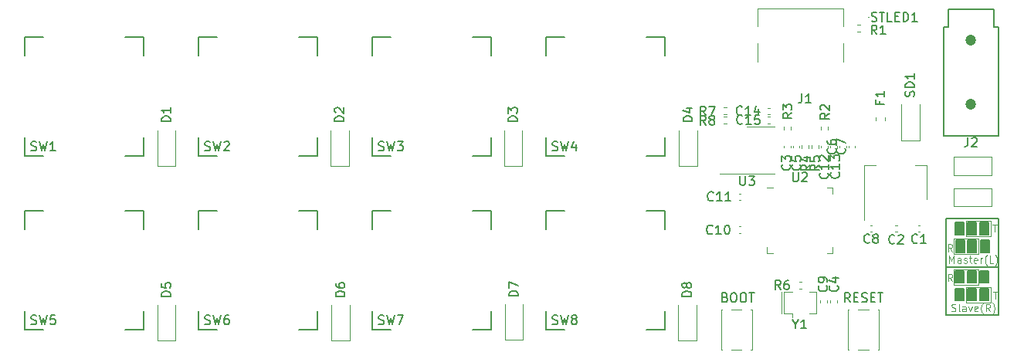
<source format=gbr>
%TF.GenerationSoftware,KiCad,Pcbnew,(6.0.9-0)*%
%TF.CreationDate,2022-12-20T20:03:51+09:00*%
%TF.ProjectId,RP2040_8key,52503230-3430-45f3-986b-65792e6b6963,rev?*%
%TF.SameCoordinates,Original*%
%TF.FileFunction,Legend,Top*%
%TF.FilePolarity,Positive*%
%FSLAX46Y46*%
G04 Gerber Fmt 4.6, Leading zero omitted, Abs format (unit mm)*
G04 Created by KiCad (PCBNEW (6.0.9-0)) date 2022-12-20 20:03:51*
%MOMM*%
%LPD*%
G01*
G04 APERTURE LIST*
%ADD10C,0.150000*%
%ADD11C,0.100000*%
%ADD12C,0.120000*%
%ADD13C,1.200000*%
G04 APERTURE END LIST*
D10*
X198200000Y-119150000D02*
X199150000Y-119150000D01*
X199150000Y-119150000D02*
X199150000Y-120450000D01*
X199150000Y-120450000D02*
X198200000Y-120450000D01*
X198200000Y-120450000D02*
X198200000Y-119150000D01*
G36*
X198200000Y-119150000D02*
G01*
X199150000Y-119150000D01*
X199150000Y-120450000D01*
X198200000Y-120450000D01*
X198200000Y-119150000D01*
G37*
X194500000Y-124000000D02*
X200250000Y-124000000D01*
X200250000Y-124000000D02*
X200250000Y-118700000D01*
X200250000Y-118700000D02*
X194500000Y-118700000D01*
X194500000Y-118700000D02*
X194500000Y-124000000D01*
X196850000Y-119150000D02*
X197800000Y-119150000D01*
X197800000Y-119150000D02*
X197800000Y-120450000D01*
X197800000Y-120450000D02*
X196850000Y-120450000D01*
X196850000Y-120450000D02*
X196850000Y-119150000D01*
G36*
X196850000Y-119150000D02*
G01*
X197800000Y-119150000D01*
X197800000Y-120450000D01*
X196850000Y-120450000D01*
X196850000Y-119150000D01*
G37*
X196850000Y-121100000D02*
X197800000Y-121100000D01*
X197800000Y-121100000D02*
X197800000Y-122400000D01*
X197800000Y-122400000D02*
X196850000Y-122400000D01*
X196850000Y-122400000D02*
X196850000Y-121100000D01*
G36*
X196850000Y-121100000D02*
G01*
X197800000Y-121100000D01*
X197800000Y-122400000D01*
X196850000Y-122400000D01*
X196850000Y-121100000D01*
G37*
D11*
X196650000Y-120900000D02*
X199350000Y-120900000D01*
X199350000Y-120900000D02*
X199350000Y-122600000D01*
X199350000Y-122600000D02*
X196650000Y-122600000D01*
X196650000Y-122600000D02*
X196650000Y-120900000D01*
D10*
X195500000Y-113850000D02*
X196450000Y-113850000D01*
X196450000Y-113850000D02*
X196450000Y-115150000D01*
X196450000Y-115150000D02*
X195500000Y-115150000D01*
X195500000Y-115150000D02*
X195500000Y-113850000D01*
G36*
X195500000Y-113850000D02*
G01*
X196450000Y-113850000D01*
X196450000Y-115150000D01*
X195500000Y-115150000D01*
X195500000Y-113850000D01*
G37*
D11*
X196650000Y-113650000D02*
X199350000Y-113650000D01*
X199350000Y-113650000D02*
X199350000Y-115350000D01*
X199350000Y-115350000D02*
X196650000Y-115350000D01*
X196650000Y-115350000D02*
X196650000Y-113650000D01*
X195300000Y-115600000D02*
X198000000Y-115600000D01*
X198000000Y-115600000D02*
X198000000Y-117300000D01*
X198000000Y-117300000D02*
X195300000Y-117300000D01*
X195300000Y-117300000D02*
X195300000Y-115600000D01*
D10*
X195500000Y-119150000D02*
X196450000Y-119150000D01*
X196450000Y-119150000D02*
X196450000Y-120450000D01*
X196450000Y-120450000D02*
X195500000Y-120450000D01*
X195500000Y-120450000D02*
X195500000Y-119150000D01*
G36*
X195500000Y-119150000D02*
G01*
X196450000Y-119150000D01*
X196450000Y-120450000D01*
X195500000Y-120450000D01*
X195500000Y-119150000D01*
G37*
X196850000Y-113850000D02*
X197800000Y-113850000D01*
X197800000Y-113850000D02*
X197800000Y-115150000D01*
X197800000Y-115150000D02*
X196850000Y-115150000D01*
X196850000Y-115150000D02*
X196850000Y-113850000D01*
G36*
X196850000Y-113850000D02*
G01*
X197800000Y-113850000D01*
X197800000Y-115150000D01*
X196850000Y-115150000D01*
X196850000Y-113850000D01*
G37*
X198200000Y-113850000D02*
X199150000Y-113850000D01*
X199150000Y-113850000D02*
X199150000Y-115150000D01*
X199150000Y-115150000D02*
X198200000Y-115150000D01*
X198200000Y-115150000D02*
X198200000Y-113850000D01*
G36*
X198200000Y-113850000D02*
G01*
X199150000Y-113850000D01*
X199150000Y-115150000D01*
X198200000Y-115150000D01*
X198200000Y-113850000D01*
G37*
X195550000Y-115800000D02*
X196500000Y-115800000D01*
X196500000Y-115800000D02*
X196500000Y-117100000D01*
X196500000Y-117100000D02*
X195550000Y-117100000D01*
X195550000Y-117100000D02*
X195550000Y-115800000D01*
G36*
X195550000Y-115800000D02*
G01*
X196500000Y-115800000D01*
X196500000Y-117100000D01*
X195550000Y-117100000D01*
X195550000Y-115800000D01*
G37*
X196850000Y-115800000D02*
X197800000Y-115800000D01*
X197800000Y-115800000D02*
X197800000Y-117100000D01*
X197800000Y-117100000D02*
X196850000Y-117100000D01*
X196850000Y-117100000D02*
X196850000Y-115800000D01*
G36*
X196850000Y-115800000D02*
G01*
X197800000Y-115800000D01*
X197800000Y-117100000D01*
X196850000Y-117100000D01*
X196850000Y-115800000D01*
G37*
X194500000Y-118700000D02*
X200250000Y-118700000D01*
X200250000Y-118700000D02*
X200250000Y-113400000D01*
X200250000Y-113400000D02*
X194500000Y-113400000D01*
X194500000Y-113400000D02*
X194500000Y-118700000D01*
X195500000Y-121100000D02*
X196450000Y-121100000D01*
X196450000Y-121100000D02*
X196450000Y-122400000D01*
X196450000Y-122400000D02*
X195500000Y-122400000D01*
X195500000Y-122400000D02*
X195500000Y-121100000D01*
G36*
X195500000Y-121100000D02*
G01*
X196450000Y-121100000D01*
X196450000Y-122400000D01*
X195500000Y-122400000D01*
X195500000Y-121100000D01*
G37*
X198250000Y-115800000D02*
X199200000Y-115800000D01*
X199200000Y-115800000D02*
X199200000Y-117100000D01*
X199200000Y-117100000D02*
X198250000Y-117100000D01*
X198250000Y-117100000D02*
X198250000Y-115800000D01*
G36*
X198250000Y-115800000D02*
G01*
X199200000Y-115800000D01*
X199200000Y-117100000D01*
X198250000Y-117100000D01*
X198250000Y-115800000D01*
G37*
X198200000Y-121100000D02*
X199150000Y-121100000D01*
X199150000Y-121100000D02*
X199150000Y-122400000D01*
X199150000Y-122400000D02*
X198200000Y-122400000D01*
X198200000Y-122400000D02*
X198200000Y-121100000D01*
G36*
X198200000Y-121100000D02*
G01*
X199150000Y-121100000D01*
X199150000Y-122400000D01*
X198200000Y-122400000D01*
X198200000Y-121100000D01*
G37*
D11*
X195300000Y-118950000D02*
X198000000Y-118950000D01*
X198000000Y-118950000D02*
X198000000Y-120650000D01*
X198000000Y-120650000D02*
X195300000Y-120650000D01*
X195300000Y-120650000D02*
X195300000Y-118950000D01*
X199621428Y-121411904D02*
X200078571Y-121411904D01*
X199850000Y-122211904D02*
X199850000Y-121411904D01*
X195069047Y-123523809D02*
X195183333Y-123561904D01*
X195373809Y-123561904D01*
X195450000Y-123523809D01*
X195488095Y-123485714D01*
X195526190Y-123409523D01*
X195526190Y-123333333D01*
X195488095Y-123257142D01*
X195450000Y-123219047D01*
X195373809Y-123180952D01*
X195221428Y-123142857D01*
X195145238Y-123104761D01*
X195107142Y-123066666D01*
X195069047Y-122990476D01*
X195069047Y-122914285D01*
X195107142Y-122838095D01*
X195145238Y-122800000D01*
X195221428Y-122761904D01*
X195411904Y-122761904D01*
X195526190Y-122800000D01*
X195983333Y-123561904D02*
X195907142Y-123523809D01*
X195869047Y-123447619D01*
X195869047Y-122761904D01*
X196630952Y-123561904D02*
X196630952Y-123142857D01*
X196592857Y-123066666D01*
X196516666Y-123028571D01*
X196364285Y-123028571D01*
X196288095Y-123066666D01*
X196630952Y-123523809D02*
X196554761Y-123561904D01*
X196364285Y-123561904D01*
X196288095Y-123523809D01*
X196250000Y-123447619D01*
X196250000Y-123371428D01*
X196288095Y-123295238D01*
X196364285Y-123257142D01*
X196554761Y-123257142D01*
X196630952Y-123219047D01*
X196935714Y-123028571D02*
X197126190Y-123561904D01*
X197316666Y-123028571D01*
X197926190Y-123523809D02*
X197850000Y-123561904D01*
X197697619Y-123561904D01*
X197621428Y-123523809D01*
X197583333Y-123447619D01*
X197583333Y-123142857D01*
X197621428Y-123066666D01*
X197697619Y-123028571D01*
X197850000Y-123028571D01*
X197926190Y-123066666D01*
X197964285Y-123142857D01*
X197964285Y-123219047D01*
X197583333Y-123295238D01*
X198535714Y-123866666D02*
X198497619Y-123828571D01*
X198421428Y-123714285D01*
X198383333Y-123638095D01*
X198345238Y-123523809D01*
X198307142Y-123333333D01*
X198307142Y-123180952D01*
X198345238Y-122990476D01*
X198383333Y-122876190D01*
X198421428Y-122800000D01*
X198497619Y-122685714D01*
X198535714Y-122647619D01*
X199297619Y-123561904D02*
X199030952Y-123180952D01*
X198840476Y-123561904D02*
X198840476Y-122761904D01*
X199145238Y-122761904D01*
X199221428Y-122800000D01*
X199259523Y-122838095D01*
X199297619Y-122914285D01*
X199297619Y-123028571D01*
X199259523Y-123104761D01*
X199221428Y-123142857D01*
X199145238Y-123180952D01*
X198840476Y-123180952D01*
X199564285Y-123866666D02*
X199602380Y-123828571D01*
X199678571Y-123714285D01*
X199716666Y-123638095D01*
X199754761Y-123523809D01*
X199792857Y-123333333D01*
X199792857Y-123180952D01*
X199754761Y-122990476D01*
X199716666Y-122876190D01*
X199678571Y-122800000D01*
X199602380Y-122685714D01*
X199564285Y-122647619D01*
X195147619Y-117011904D02*
X194880952Y-116630952D01*
X194690476Y-117011904D02*
X194690476Y-116211904D01*
X194995238Y-116211904D01*
X195071428Y-116250000D01*
X195109523Y-116288095D01*
X195147619Y-116364285D01*
X195147619Y-116478571D01*
X195109523Y-116554761D01*
X195071428Y-116592857D01*
X194995238Y-116630952D01*
X194690476Y-116630952D01*
X194821428Y-118261904D02*
X194821428Y-117461904D01*
X195088095Y-118033333D01*
X195354761Y-117461904D01*
X195354761Y-118261904D01*
X196078571Y-118261904D02*
X196078571Y-117842857D01*
X196040476Y-117766666D01*
X195964285Y-117728571D01*
X195811904Y-117728571D01*
X195735714Y-117766666D01*
X196078571Y-118223809D02*
X196002380Y-118261904D01*
X195811904Y-118261904D01*
X195735714Y-118223809D01*
X195697619Y-118147619D01*
X195697619Y-118071428D01*
X195735714Y-117995238D01*
X195811904Y-117957142D01*
X196002380Y-117957142D01*
X196078571Y-117919047D01*
X196421428Y-118223809D02*
X196497619Y-118261904D01*
X196650000Y-118261904D01*
X196726190Y-118223809D01*
X196764285Y-118147619D01*
X196764285Y-118109523D01*
X196726190Y-118033333D01*
X196650000Y-117995238D01*
X196535714Y-117995238D01*
X196459523Y-117957142D01*
X196421428Y-117880952D01*
X196421428Y-117842857D01*
X196459523Y-117766666D01*
X196535714Y-117728571D01*
X196650000Y-117728571D01*
X196726190Y-117766666D01*
X196992857Y-117728571D02*
X197297619Y-117728571D01*
X197107142Y-117461904D02*
X197107142Y-118147619D01*
X197145238Y-118223809D01*
X197221428Y-118261904D01*
X197297619Y-118261904D01*
X197869047Y-118223809D02*
X197792857Y-118261904D01*
X197640476Y-118261904D01*
X197564285Y-118223809D01*
X197526190Y-118147619D01*
X197526190Y-117842857D01*
X197564285Y-117766666D01*
X197640476Y-117728571D01*
X197792857Y-117728571D01*
X197869047Y-117766666D01*
X197907142Y-117842857D01*
X197907142Y-117919047D01*
X197526190Y-117995238D01*
X198250000Y-118261904D02*
X198250000Y-117728571D01*
X198250000Y-117880952D02*
X198288095Y-117804761D01*
X198326190Y-117766666D01*
X198402380Y-117728571D01*
X198478571Y-117728571D01*
X198973809Y-118566666D02*
X198935714Y-118528571D01*
X198859523Y-118414285D01*
X198821428Y-118338095D01*
X198783333Y-118223809D01*
X198745238Y-118033333D01*
X198745238Y-117880952D01*
X198783333Y-117690476D01*
X198821428Y-117576190D01*
X198859523Y-117500000D01*
X198935714Y-117385714D01*
X198973809Y-117347619D01*
X199659523Y-118261904D02*
X199278571Y-118261904D01*
X199278571Y-117461904D01*
X199850000Y-118566666D02*
X199888095Y-118528571D01*
X199964285Y-118414285D01*
X200002380Y-118338095D01*
X200040476Y-118223809D01*
X200078571Y-118033333D01*
X200078571Y-117880952D01*
X200040476Y-117690476D01*
X200002380Y-117576190D01*
X199964285Y-117500000D01*
X199888095Y-117385714D01*
X199850000Y-117347619D01*
X199571428Y-114061904D02*
X200028571Y-114061904D01*
X199800000Y-114861904D02*
X199800000Y-114061904D01*
X195147619Y-120261904D02*
X194880952Y-119880952D01*
X194690476Y-120261904D02*
X194690476Y-119461904D01*
X194995238Y-119461904D01*
X195071428Y-119500000D01*
X195109523Y-119538095D01*
X195147619Y-119614285D01*
X195147619Y-119728571D01*
X195109523Y-119804761D01*
X195071428Y-119842857D01*
X194995238Y-119880952D01*
X194690476Y-119880952D01*
D10*
%TO.C,U3*%
X171888095Y-108752380D02*
X171888095Y-109561904D01*
X171935714Y-109657142D01*
X171983333Y-109704761D01*
X172078571Y-109752380D01*
X172269047Y-109752380D01*
X172364285Y-109704761D01*
X172411904Y-109657142D01*
X172459523Y-109561904D01*
X172459523Y-108752380D01*
X172840476Y-108752380D02*
X173459523Y-108752380D01*
X173126190Y-109133333D01*
X173269047Y-109133333D01*
X173364285Y-109180952D01*
X173411904Y-109228571D01*
X173459523Y-109323809D01*
X173459523Y-109561904D01*
X173411904Y-109657142D01*
X173364285Y-109704761D01*
X173269047Y-109752380D01*
X172983333Y-109752380D01*
X172888095Y-109704761D01*
X172840476Y-109657142D01*
%TO.C,SW5*%
X94166666Y-124954761D02*
X94309523Y-125002380D01*
X94547619Y-125002380D01*
X94642857Y-124954761D01*
X94690476Y-124907142D01*
X94738095Y-124811904D01*
X94738095Y-124716666D01*
X94690476Y-124621428D01*
X94642857Y-124573809D01*
X94547619Y-124526190D01*
X94357142Y-124478571D01*
X94261904Y-124430952D01*
X94214285Y-124383333D01*
X94166666Y-124288095D01*
X94166666Y-124192857D01*
X94214285Y-124097619D01*
X94261904Y-124050000D01*
X94357142Y-124002380D01*
X94595238Y-124002380D01*
X94738095Y-124050000D01*
X95071428Y-124002380D02*
X95309523Y-125002380D01*
X95500000Y-124288095D01*
X95690476Y-125002380D01*
X95928571Y-124002380D01*
X96785714Y-124002380D02*
X96309523Y-124002380D01*
X96261904Y-124478571D01*
X96309523Y-124430952D01*
X96404761Y-124383333D01*
X96642857Y-124383333D01*
X96738095Y-124430952D01*
X96785714Y-124478571D01*
X96833333Y-124573809D01*
X96833333Y-124811904D01*
X96785714Y-124907142D01*
X96738095Y-124954761D01*
X96642857Y-125002380D01*
X96404761Y-125002380D01*
X96309523Y-124954761D01*
X96261904Y-124907142D01*
%TO.C,R1*%
X186883333Y-93182380D02*
X186550000Y-92706190D01*
X186311904Y-93182380D02*
X186311904Y-92182380D01*
X186692857Y-92182380D01*
X186788095Y-92230000D01*
X186835714Y-92277619D01*
X186883333Y-92372857D01*
X186883333Y-92515714D01*
X186835714Y-92610952D01*
X186788095Y-92658571D01*
X186692857Y-92706190D01*
X186311904Y-92706190D01*
X187835714Y-93182380D02*
X187264285Y-93182380D01*
X187550000Y-93182380D02*
X187550000Y-92182380D01*
X187454761Y-92325238D01*
X187359523Y-92420476D01*
X187264285Y-92468095D01*
%TO.C,J1*%
X178666666Y-99697380D02*
X178666666Y-100411666D01*
X178619047Y-100554523D01*
X178523809Y-100649761D01*
X178380952Y-100697380D01*
X178285714Y-100697380D01*
X179666666Y-100697380D02*
X179095238Y-100697380D01*
X179380952Y-100697380D02*
X179380952Y-99697380D01*
X179285714Y-99840238D01*
X179190476Y-99935476D01*
X179095238Y-99983095D01*
%TO.C,SD1*%
X190954761Y-100011904D02*
X191002380Y-99869047D01*
X191002380Y-99630952D01*
X190954761Y-99535714D01*
X190907142Y-99488095D01*
X190811904Y-99440476D01*
X190716666Y-99440476D01*
X190621428Y-99488095D01*
X190573809Y-99535714D01*
X190526190Y-99630952D01*
X190478571Y-99821428D01*
X190430952Y-99916666D01*
X190383333Y-99964285D01*
X190288095Y-100011904D01*
X190192857Y-100011904D01*
X190097619Y-99964285D01*
X190050000Y-99916666D01*
X190002380Y-99821428D01*
X190002380Y-99583333D01*
X190050000Y-99440476D01*
X191002380Y-99011904D02*
X190002380Y-99011904D01*
X190002380Y-98773809D01*
X190050000Y-98630952D01*
X190145238Y-98535714D01*
X190240476Y-98488095D01*
X190430952Y-98440476D01*
X190573809Y-98440476D01*
X190764285Y-98488095D01*
X190859523Y-98535714D01*
X190954761Y-98630952D01*
X191002380Y-98773809D01*
X191002380Y-99011904D01*
X191002380Y-97488095D02*
X191002380Y-98059523D01*
X191002380Y-97773809D02*
X190002380Y-97773809D01*
X190145238Y-97869047D01*
X190240476Y-97964285D01*
X190288095Y-98059523D01*
%TO.C,SW8*%
X151316666Y-124954761D02*
X151459523Y-125002380D01*
X151697619Y-125002380D01*
X151792857Y-124954761D01*
X151840476Y-124907142D01*
X151888095Y-124811904D01*
X151888095Y-124716666D01*
X151840476Y-124621428D01*
X151792857Y-124573809D01*
X151697619Y-124526190D01*
X151507142Y-124478571D01*
X151411904Y-124430952D01*
X151364285Y-124383333D01*
X151316666Y-124288095D01*
X151316666Y-124192857D01*
X151364285Y-124097619D01*
X151411904Y-124050000D01*
X151507142Y-124002380D01*
X151745238Y-124002380D01*
X151888095Y-124050000D01*
X152221428Y-124002380D02*
X152459523Y-125002380D01*
X152650000Y-124288095D01*
X152840476Y-125002380D01*
X153078571Y-124002380D01*
X153602380Y-124430952D02*
X153507142Y-124383333D01*
X153459523Y-124335714D01*
X153411904Y-124240476D01*
X153411904Y-124192857D01*
X153459523Y-124097619D01*
X153507142Y-124050000D01*
X153602380Y-124002380D01*
X153792857Y-124002380D01*
X153888095Y-124050000D01*
X153935714Y-124097619D01*
X153983333Y-124192857D01*
X153983333Y-124240476D01*
X153935714Y-124335714D01*
X153888095Y-124383333D01*
X153792857Y-124430952D01*
X153602380Y-124430952D01*
X153507142Y-124478571D01*
X153459523Y-124526190D01*
X153411904Y-124621428D01*
X153411904Y-124811904D01*
X153459523Y-124907142D01*
X153507142Y-124954761D01*
X153602380Y-125002380D01*
X153792857Y-125002380D01*
X153888095Y-124954761D01*
X153935714Y-124907142D01*
X153983333Y-124811904D01*
X153983333Y-124621428D01*
X153935714Y-124526190D01*
X153888095Y-124478571D01*
X153792857Y-124430952D01*
%TO.C,F1*%
X187208571Y-100483333D02*
X187208571Y-100816666D01*
X187732380Y-100816666D02*
X186732380Y-100816666D01*
X186732380Y-100340476D01*
X187732380Y-99435714D02*
X187732380Y-100007142D01*
X187732380Y-99721428D02*
X186732380Y-99721428D01*
X186875238Y-99816666D01*
X186970476Y-99911904D01*
X187018095Y-100007142D01*
%TO.C,STLED1*%
X186300000Y-91724761D02*
X186442857Y-91772380D01*
X186680952Y-91772380D01*
X186776190Y-91724761D01*
X186823809Y-91677142D01*
X186871428Y-91581904D01*
X186871428Y-91486666D01*
X186823809Y-91391428D01*
X186776190Y-91343809D01*
X186680952Y-91296190D01*
X186490476Y-91248571D01*
X186395238Y-91200952D01*
X186347619Y-91153333D01*
X186300000Y-91058095D01*
X186300000Y-90962857D01*
X186347619Y-90867619D01*
X186395238Y-90820000D01*
X186490476Y-90772380D01*
X186728571Y-90772380D01*
X186871428Y-90820000D01*
X187157142Y-90772380D02*
X187728571Y-90772380D01*
X187442857Y-91772380D02*
X187442857Y-90772380D01*
X188538095Y-91772380D02*
X188061904Y-91772380D01*
X188061904Y-90772380D01*
X188871428Y-91248571D02*
X189204761Y-91248571D01*
X189347619Y-91772380D02*
X188871428Y-91772380D01*
X188871428Y-90772380D01*
X189347619Y-90772380D01*
X189776190Y-91772380D02*
X189776190Y-90772380D01*
X190014285Y-90772380D01*
X190157142Y-90820000D01*
X190252380Y-90915238D01*
X190300000Y-91010476D01*
X190347619Y-91200952D01*
X190347619Y-91343809D01*
X190300000Y-91534285D01*
X190252380Y-91629523D01*
X190157142Y-91724761D01*
X190014285Y-91772380D01*
X189776190Y-91772380D01*
X191300000Y-91772380D02*
X190728571Y-91772380D01*
X191014285Y-91772380D02*
X191014285Y-90772380D01*
X190919047Y-90915238D01*
X190823809Y-91010476D01*
X190728571Y-91058095D01*
%TO.C,C1*%
X191333333Y-116017142D02*
X191285714Y-116064761D01*
X191142857Y-116112380D01*
X191047619Y-116112380D01*
X190904761Y-116064761D01*
X190809523Y-115969523D01*
X190761904Y-115874285D01*
X190714285Y-115683809D01*
X190714285Y-115540952D01*
X190761904Y-115350476D01*
X190809523Y-115255238D01*
X190904761Y-115160000D01*
X191047619Y-115112380D01*
X191142857Y-115112380D01*
X191285714Y-115160000D01*
X191333333Y-115207619D01*
X192285714Y-116112380D02*
X191714285Y-116112380D01*
X192000000Y-116112380D02*
X192000000Y-115112380D01*
X191904761Y-115255238D01*
X191809523Y-115350476D01*
X191714285Y-115398095D01*
%TO.C,D7*%
X147552380Y-121888095D02*
X146552380Y-121888095D01*
X146552380Y-121650000D01*
X146600000Y-121507142D01*
X146695238Y-121411904D01*
X146790476Y-121364285D01*
X146980952Y-121316666D01*
X147123809Y-121316666D01*
X147314285Y-121364285D01*
X147409523Y-121411904D01*
X147504761Y-121507142D01*
X147552380Y-121650000D01*
X147552380Y-121888095D01*
X146552380Y-120983333D02*
X146552380Y-120316666D01*
X147552380Y-120745238D01*
%TO.C,D1*%
X109452380Y-102738095D02*
X108452380Y-102738095D01*
X108452380Y-102500000D01*
X108500000Y-102357142D01*
X108595238Y-102261904D01*
X108690476Y-102214285D01*
X108880952Y-102166666D01*
X109023809Y-102166666D01*
X109214285Y-102214285D01*
X109309523Y-102261904D01*
X109404761Y-102357142D01*
X109452380Y-102500000D01*
X109452380Y-102738095D01*
X109452380Y-101214285D02*
X109452380Y-101785714D01*
X109452380Y-101500000D02*
X108452380Y-101500000D01*
X108595238Y-101595238D01*
X108690476Y-101690476D01*
X108738095Y-101785714D01*
%TO.C,D8*%
X166552380Y-121938095D02*
X165552380Y-121938095D01*
X165552380Y-121700000D01*
X165600000Y-121557142D01*
X165695238Y-121461904D01*
X165790476Y-121414285D01*
X165980952Y-121366666D01*
X166123809Y-121366666D01*
X166314285Y-121414285D01*
X166409523Y-121461904D01*
X166504761Y-121557142D01*
X166552380Y-121700000D01*
X166552380Y-121938095D01*
X165980952Y-120795238D02*
X165933333Y-120890476D01*
X165885714Y-120938095D01*
X165790476Y-120985714D01*
X165742857Y-120985714D01*
X165647619Y-120938095D01*
X165600000Y-120890476D01*
X165552380Y-120795238D01*
X165552380Y-120604761D01*
X165600000Y-120509523D01*
X165647619Y-120461904D01*
X165742857Y-120414285D01*
X165790476Y-120414285D01*
X165885714Y-120461904D01*
X165933333Y-120509523D01*
X165980952Y-120604761D01*
X165980952Y-120795238D01*
X166028571Y-120890476D01*
X166076190Y-120938095D01*
X166171428Y-120985714D01*
X166361904Y-120985714D01*
X166457142Y-120938095D01*
X166504761Y-120890476D01*
X166552380Y-120795238D01*
X166552380Y-120604761D01*
X166504761Y-120509523D01*
X166457142Y-120461904D01*
X166361904Y-120414285D01*
X166171428Y-120414285D01*
X166076190Y-120461904D01*
X166028571Y-120509523D01*
X165980952Y-120604761D01*
%TO.C,R7*%
X168133333Y-102072380D02*
X167800000Y-101596190D01*
X167561904Y-102072380D02*
X167561904Y-101072380D01*
X167942857Y-101072380D01*
X168038095Y-101120000D01*
X168085714Y-101167619D01*
X168133333Y-101262857D01*
X168133333Y-101405714D01*
X168085714Y-101500952D01*
X168038095Y-101548571D01*
X167942857Y-101596190D01*
X167561904Y-101596190D01*
X168466666Y-101072380D02*
X169133333Y-101072380D01*
X168704761Y-102072380D01*
%TO.C,R5*%
X180582380Y-107516666D02*
X180106190Y-107850000D01*
X180582380Y-108088095D02*
X179582380Y-108088095D01*
X179582380Y-107707142D01*
X179630000Y-107611904D01*
X179677619Y-107564285D01*
X179772857Y-107516666D01*
X179915714Y-107516666D01*
X180010952Y-107564285D01*
X180058571Y-107611904D01*
X180106190Y-107707142D01*
X180106190Y-108088095D01*
X179582380Y-106611904D02*
X179582380Y-107088095D01*
X180058571Y-107135714D01*
X180010952Y-107088095D01*
X179963333Y-106992857D01*
X179963333Y-106754761D01*
X180010952Y-106659523D01*
X180058571Y-106611904D01*
X180153809Y-106564285D01*
X180391904Y-106564285D01*
X180487142Y-106611904D01*
X180534761Y-106659523D01*
X180582380Y-106754761D01*
X180582380Y-106992857D01*
X180534761Y-107088095D01*
X180487142Y-107135714D01*
%TO.C,SW9*%
X170242857Y-122028571D02*
X170385714Y-122076190D01*
X170433333Y-122123809D01*
X170480952Y-122219047D01*
X170480952Y-122361904D01*
X170433333Y-122457142D01*
X170385714Y-122504761D01*
X170290476Y-122552380D01*
X169909523Y-122552380D01*
X169909523Y-121552380D01*
X170242857Y-121552380D01*
X170338095Y-121600000D01*
X170385714Y-121647619D01*
X170433333Y-121742857D01*
X170433333Y-121838095D01*
X170385714Y-121933333D01*
X170338095Y-121980952D01*
X170242857Y-122028571D01*
X169909523Y-122028571D01*
X171100000Y-121552380D02*
X171290476Y-121552380D01*
X171385714Y-121600000D01*
X171480952Y-121695238D01*
X171528571Y-121885714D01*
X171528571Y-122219047D01*
X171480952Y-122409523D01*
X171385714Y-122504761D01*
X171290476Y-122552380D01*
X171100000Y-122552380D01*
X171004761Y-122504761D01*
X170909523Y-122409523D01*
X170861904Y-122219047D01*
X170861904Y-121885714D01*
X170909523Y-121695238D01*
X171004761Y-121600000D01*
X171100000Y-121552380D01*
X172147619Y-121552380D02*
X172338095Y-121552380D01*
X172433333Y-121600000D01*
X172528571Y-121695238D01*
X172576190Y-121885714D01*
X172576190Y-122219047D01*
X172528571Y-122409523D01*
X172433333Y-122504761D01*
X172338095Y-122552380D01*
X172147619Y-122552380D01*
X172052380Y-122504761D01*
X171957142Y-122409523D01*
X171909523Y-122219047D01*
X171909523Y-121885714D01*
X171957142Y-121695238D01*
X172052380Y-121600000D01*
X172147619Y-121552380D01*
X172861904Y-121552380D02*
X173433333Y-121552380D01*
X173147619Y-122552380D02*
X173147619Y-121552380D01*
%TO.C,C6*%
X182347142Y-105666666D02*
X182394761Y-105714285D01*
X182442380Y-105857142D01*
X182442380Y-105952380D01*
X182394761Y-106095238D01*
X182299523Y-106190476D01*
X182204285Y-106238095D01*
X182013809Y-106285714D01*
X181870952Y-106285714D01*
X181680476Y-106238095D01*
X181585238Y-106190476D01*
X181490000Y-106095238D01*
X181442380Y-105952380D01*
X181442380Y-105857142D01*
X181490000Y-105714285D01*
X181537619Y-105666666D01*
X181442380Y-104809523D02*
X181442380Y-105000000D01*
X181490000Y-105095238D01*
X181537619Y-105142857D01*
X181680476Y-105238095D01*
X181870952Y-105285714D01*
X182251904Y-105285714D01*
X182347142Y-105238095D01*
X182394761Y-105190476D01*
X182442380Y-105095238D01*
X182442380Y-104904761D01*
X182394761Y-104809523D01*
X182347142Y-104761904D01*
X182251904Y-104714285D01*
X182013809Y-104714285D01*
X181918571Y-104761904D01*
X181870952Y-104809523D01*
X181823333Y-104904761D01*
X181823333Y-105095238D01*
X181870952Y-105190476D01*
X181918571Y-105238095D01*
X182013809Y-105285714D01*
%TO.C,C15*%
X172157142Y-102967142D02*
X172109523Y-103014761D01*
X171966666Y-103062380D01*
X171871428Y-103062380D01*
X171728571Y-103014761D01*
X171633333Y-102919523D01*
X171585714Y-102824285D01*
X171538095Y-102633809D01*
X171538095Y-102490952D01*
X171585714Y-102300476D01*
X171633333Y-102205238D01*
X171728571Y-102110000D01*
X171871428Y-102062380D01*
X171966666Y-102062380D01*
X172109523Y-102110000D01*
X172157142Y-102157619D01*
X173109523Y-103062380D02*
X172538095Y-103062380D01*
X172823809Y-103062380D02*
X172823809Y-102062380D01*
X172728571Y-102205238D01*
X172633333Y-102300476D01*
X172538095Y-102348095D01*
X174014285Y-102062380D02*
X173538095Y-102062380D01*
X173490476Y-102538571D01*
X173538095Y-102490952D01*
X173633333Y-102443333D01*
X173871428Y-102443333D01*
X173966666Y-102490952D01*
X174014285Y-102538571D01*
X174061904Y-102633809D01*
X174061904Y-102871904D01*
X174014285Y-102967142D01*
X173966666Y-103014761D01*
X173871428Y-103062380D01*
X173633333Y-103062380D01*
X173538095Y-103014761D01*
X173490476Y-102967142D01*
%TO.C,SW4*%
X151316666Y-105904761D02*
X151459523Y-105952380D01*
X151697619Y-105952380D01*
X151792857Y-105904761D01*
X151840476Y-105857142D01*
X151888095Y-105761904D01*
X151888095Y-105666666D01*
X151840476Y-105571428D01*
X151792857Y-105523809D01*
X151697619Y-105476190D01*
X151507142Y-105428571D01*
X151411904Y-105380952D01*
X151364285Y-105333333D01*
X151316666Y-105238095D01*
X151316666Y-105142857D01*
X151364285Y-105047619D01*
X151411904Y-105000000D01*
X151507142Y-104952380D01*
X151745238Y-104952380D01*
X151888095Y-105000000D01*
X152221428Y-104952380D02*
X152459523Y-105952380D01*
X152650000Y-105238095D01*
X152840476Y-105952380D01*
X153078571Y-104952380D01*
X153888095Y-105285714D02*
X153888095Y-105952380D01*
X153650000Y-104904761D02*
X153411904Y-105619047D01*
X154030952Y-105619047D01*
%TO.C,C4*%
X182567142Y-120766666D02*
X182614761Y-120814285D01*
X182662380Y-120957142D01*
X182662380Y-121052380D01*
X182614761Y-121195238D01*
X182519523Y-121290476D01*
X182424285Y-121338095D01*
X182233809Y-121385714D01*
X182090952Y-121385714D01*
X181900476Y-121338095D01*
X181805238Y-121290476D01*
X181710000Y-121195238D01*
X181662380Y-121052380D01*
X181662380Y-120957142D01*
X181710000Y-120814285D01*
X181757619Y-120766666D01*
X181995714Y-119909523D02*
X182662380Y-119909523D01*
X181614761Y-120147619D02*
X182329047Y-120385714D01*
X182329047Y-119766666D01*
%TO.C,R6*%
X176333333Y-121172380D02*
X176000000Y-120696190D01*
X175761904Y-121172380D02*
X175761904Y-120172380D01*
X176142857Y-120172380D01*
X176238095Y-120220000D01*
X176285714Y-120267619D01*
X176333333Y-120362857D01*
X176333333Y-120505714D01*
X176285714Y-120600952D01*
X176238095Y-120648571D01*
X176142857Y-120696190D01*
X175761904Y-120696190D01*
X177190476Y-120172380D02*
X177000000Y-120172380D01*
X176904761Y-120220000D01*
X176857142Y-120267619D01*
X176761904Y-120410476D01*
X176714285Y-120600952D01*
X176714285Y-120981904D01*
X176761904Y-121077142D01*
X176809523Y-121124761D01*
X176904761Y-121172380D01*
X177095238Y-121172380D01*
X177190476Y-121124761D01*
X177238095Y-121077142D01*
X177285714Y-120981904D01*
X177285714Y-120743809D01*
X177238095Y-120648571D01*
X177190476Y-120600952D01*
X177095238Y-120553333D01*
X176904761Y-120553333D01*
X176809523Y-120600952D01*
X176761904Y-120648571D01*
X176714285Y-120743809D01*
%TO.C,R8*%
X168133333Y-103122380D02*
X167800000Y-102646190D01*
X167561904Y-103122380D02*
X167561904Y-102122380D01*
X167942857Y-102122380D01*
X168038095Y-102170000D01*
X168085714Y-102217619D01*
X168133333Y-102312857D01*
X168133333Y-102455714D01*
X168085714Y-102550952D01*
X168038095Y-102598571D01*
X167942857Y-102646190D01*
X167561904Y-102646190D01*
X168704761Y-102550952D02*
X168609523Y-102503333D01*
X168561904Y-102455714D01*
X168514285Y-102360476D01*
X168514285Y-102312857D01*
X168561904Y-102217619D01*
X168609523Y-102170000D01*
X168704761Y-102122380D01*
X168895238Y-102122380D01*
X168990476Y-102170000D01*
X169038095Y-102217619D01*
X169085714Y-102312857D01*
X169085714Y-102360476D01*
X169038095Y-102455714D01*
X168990476Y-102503333D01*
X168895238Y-102550952D01*
X168704761Y-102550952D01*
X168609523Y-102598571D01*
X168561904Y-102646190D01*
X168514285Y-102741428D01*
X168514285Y-102931904D01*
X168561904Y-103027142D01*
X168609523Y-103074761D01*
X168704761Y-103122380D01*
X168895238Y-103122380D01*
X168990476Y-103074761D01*
X169038095Y-103027142D01*
X169085714Y-102931904D01*
X169085714Y-102741428D01*
X169038095Y-102646190D01*
X168990476Y-102598571D01*
X168895238Y-102550952D01*
%TO.C,SW3*%
X132266666Y-105904761D02*
X132409523Y-105952380D01*
X132647619Y-105952380D01*
X132742857Y-105904761D01*
X132790476Y-105857142D01*
X132838095Y-105761904D01*
X132838095Y-105666666D01*
X132790476Y-105571428D01*
X132742857Y-105523809D01*
X132647619Y-105476190D01*
X132457142Y-105428571D01*
X132361904Y-105380952D01*
X132314285Y-105333333D01*
X132266666Y-105238095D01*
X132266666Y-105142857D01*
X132314285Y-105047619D01*
X132361904Y-105000000D01*
X132457142Y-104952380D01*
X132695238Y-104952380D01*
X132838095Y-105000000D01*
X133171428Y-104952380D02*
X133409523Y-105952380D01*
X133600000Y-105238095D01*
X133790476Y-105952380D01*
X134028571Y-104952380D01*
X134314285Y-104952380D02*
X134933333Y-104952380D01*
X134600000Y-105333333D01*
X134742857Y-105333333D01*
X134838095Y-105380952D01*
X134885714Y-105428571D01*
X134933333Y-105523809D01*
X134933333Y-105761904D01*
X134885714Y-105857142D01*
X134838095Y-105904761D01*
X134742857Y-105952380D01*
X134457142Y-105952380D01*
X134361904Y-105904761D01*
X134314285Y-105857142D01*
%TO.C,C7*%
X183347142Y-105666666D02*
X183394761Y-105714285D01*
X183442380Y-105857142D01*
X183442380Y-105952380D01*
X183394761Y-106095238D01*
X183299523Y-106190476D01*
X183204285Y-106238095D01*
X183013809Y-106285714D01*
X182870952Y-106285714D01*
X182680476Y-106238095D01*
X182585238Y-106190476D01*
X182490000Y-106095238D01*
X182442380Y-105952380D01*
X182442380Y-105857142D01*
X182490000Y-105714285D01*
X182537619Y-105666666D01*
X182442380Y-105333333D02*
X182442380Y-104666666D01*
X183442380Y-105095238D01*
%TO.C,C8*%
X186083333Y-115997142D02*
X186035714Y-116044761D01*
X185892857Y-116092380D01*
X185797619Y-116092380D01*
X185654761Y-116044761D01*
X185559523Y-115949523D01*
X185511904Y-115854285D01*
X185464285Y-115663809D01*
X185464285Y-115520952D01*
X185511904Y-115330476D01*
X185559523Y-115235238D01*
X185654761Y-115140000D01*
X185797619Y-115092380D01*
X185892857Y-115092380D01*
X186035714Y-115140000D01*
X186083333Y-115187619D01*
X186654761Y-115520952D02*
X186559523Y-115473333D01*
X186511904Y-115425714D01*
X186464285Y-115330476D01*
X186464285Y-115282857D01*
X186511904Y-115187619D01*
X186559523Y-115140000D01*
X186654761Y-115092380D01*
X186845238Y-115092380D01*
X186940476Y-115140000D01*
X186988095Y-115187619D01*
X187035714Y-115282857D01*
X187035714Y-115330476D01*
X186988095Y-115425714D01*
X186940476Y-115473333D01*
X186845238Y-115520952D01*
X186654761Y-115520952D01*
X186559523Y-115568571D01*
X186511904Y-115616190D01*
X186464285Y-115711428D01*
X186464285Y-115901904D01*
X186511904Y-115997142D01*
X186559523Y-116044761D01*
X186654761Y-116092380D01*
X186845238Y-116092380D01*
X186940476Y-116044761D01*
X186988095Y-115997142D01*
X187035714Y-115901904D01*
X187035714Y-115711428D01*
X186988095Y-115616190D01*
X186940476Y-115568571D01*
X186845238Y-115520952D01*
%TO.C,U2*%
X177688095Y-108332380D02*
X177688095Y-109141904D01*
X177735714Y-109237142D01*
X177783333Y-109284761D01*
X177878571Y-109332380D01*
X178069047Y-109332380D01*
X178164285Y-109284761D01*
X178211904Y-109237142D01*
X178259523Y-109141904D01*
X178259523Y-108332380D01*
X178688095Y-108427619D02*
X178735714Y-108380000D01*
X178830952Y-108332380D01*
X179069047Y-108332380D01*
X179164285Y-108380000D01*
X179211904Y-108427619D01*
X179259523Y-108522857D01*
X179259523Y-108618095D01*
X179211904Y-108760952D01*
X178640476Y-109332380D01*
X179259523Y-109332380D01*
%TO.C,D2*%
X128452380Y-102738095D02*
X127452380Y-102738095D01*
X127452380Y-102500000D01*
X127500000Y-102357142D01*
X127595238Y-102261904D01*
X127690476Y-102214285D01*
X127880952Y-102166666D01*
X128023809Y-102166666D01*
X128214285Y-102214285D01*
X128309523Y-102261904D01*
X128404761Y-102357142D01*
X128452380Y-102500000D01*
X128452380Y-102738095D01*
X127547619Y-101785714D02*
X127500000Y-101738095D01*
X127452380Y-101642857D01*
X127452380Y-101404761D01*
X127500000Y-101309523D01*
X127547619Y-101261904D01*
X127642857Y-101214285D01*
X127738095Y-101214285D01*
X127880952Y-101261904D01*
X128452380Y-101833333D01*
X128452380Y-101214285D01*
%TO.C,C11*%
X168957142Y-111367142D02*
X168909523Y-111414761D01*
X168766666Y-111462380D01*
X168671428Y-111462380D01*
X168528571Y-111414761D01*
X168433333Y-111319523D01*
X168385714Y-111224285D01*
X168338095Y-111033809D01*
X168338095Y-110890952D01*
X168385714Y-110700476D01*
X168433333Y-110605238D01*
X168528571Y-110510000D01*
X168671428Y-110462380D01*
X168766666Y-110462380D01*
X168909523Y-110510000D01*
X168957142Y-110557619D01*
X169909523Y-111462380D02*
X169338095Y-111462380D01*
X169623809Y-111462380D02*
X169623809Y-110462380D01*
X169528571Y-110605238D01*
X169433333Y-110700476D01*
X169338095Y-110748095D01*
X170861904Y-111462380D02*
X170290476Y-111462380D01*
X170576190Y-111462380D02*
X170576190Y-110462380D01*
X170480952Y-110605238D01*
X170385714Y-110700476D01*
X170290476Y-110748095D01*
%TO.C,C5*%
X178447142Y-107466666D02*
X178494761Y-107514285D01*
X178542380Y-107657142D01*
X178542380Y-107752380D01*
X178494761Y-107895238D01*
X178399523Y-107990476D01*
X178304285Y-108038095D01*
X178113809Y-108085714D01*
X177970952Y-108085714D01*
X177780476Y-108038095D01*
X177685238Y-107990476D01*
X177590000Y-107895238D01*
X177542380Y-107752380D01*
X177542380Y-107657142D01*
X177590000Y-107514285D01*
X177637619Y-107466666D01*
X177542380Y-106561904D02*
X177542380Y-107038095D01*
X178018571Y-107085714D01*
X177970952Y-107038095D01*
X177923333Y-106942857D01*
X177923333Y-106704761D01*
X177970952Y-106609523D01*
X178018571Y-106561904D01*
X178113809Y-106514285D01*
X178351904Y-106514285D01*
X178447142Y-106561904D01*
X178494761Y-106609523D01*
X178542380Y-106704761D01*
X178542380Y-106942857D01*
X178494761Y-107038095D01*
X178447142Y-107085714D01*
%TO.C,SW6*%
X113216666Y-124954761D02*
X113359523Y-125002380D01*
X113597619Y-125002380D01*
X113692857Y-124954761D01*
X113740476Y-124907142D01*
X113788095Y-124811904D01*
X113788095Y-124716666D01*
X113740476Y-124621428D01*
X113692857Y-124573809D01*
X113597619Y-124526190D01*
X113407142Y-124478571D01*
X113311904Y-124430952D01*
X113264285Y-124383333D01*
X113216666Y-124288095D01*
X113216666Y-124192857D01*
X113264285Y-124097619D01*
X113311904Y-124050000D01*
X113407142Y-124002380D01*
X113645238Y-124002380D01*
X113788095Y-124050000D01*
X114121428Y-124002380D02*
X114359523Y-125002380D01*
X114550000Y-124288095D01*
X114740476Y-125002380D01*
X114978571Y-124002380D01*
X115788095Y-124002380D02*
X115597619Y-124002380D01*
X115502380Y-124050000D01*
X115454761Y-124097619D01*
X115359523Y-124240476D01*
X115311904Y-124430952D01*
X115311904Y-124811904D01*
X115359523Y-124907142D01*
X115407142Y-124954761D01*
X115502380Y-125002380D01*
X115692857Y-125002380D01*
X115788095Y-124954761D01*
X115835714Y-124907142D01*
X115883333Y-124811904D01*
X115883333Y-124573809D01*
X115835714Y-124478571D01*
X115788095Y-124430952D01*
X115692857Y-124383333D01*
X115502380Y-124383333D01*
X115407142Y-124430952D01*
X115359523Y-124478571D01*
X115311904Y-124573809D01*
%TO.C,C14*%
X172107142Y-101967142D02*
X172059523Y-102014761D01*
X171916666Y-102062380D01*
X171821428Y-102062380D01*
X171678571Y-102014761D01*
X171583333Y-101919523D01*
X171535714Y-101824285D01*
X171488095Y-101633809D01*
X171488095Y-101490952D01*
X171535714Y-101300476D01*
X171583333Y-101205238D01*
X171678571Y-101110000D01*
X171821428Y-101062380D01*
X171916666Y-101062380D01*
X172059523Y-101110000D01*
X172107142Y-101157619D01*
X173059523Y-102062380D02*
X172488095Y-102062380D01*
X172773809Y-102062380D02*
X172773809Y-101062380D01*
X172678571Y-101205238D01*
X172583333Y-101300476D01*
X172488095Y-101348095D01*
X173916666Y-101395714D02*
X173916666Y-102062380D01*
X173678571Y-101014761D02*
X173440476Y-101729047D01*
X174059523Y-101729047D01*
%TO.C,C9*%
X181367142Y-120766666D02*
X181414761Y-120814285D01*
X181462380Y-120957142D01*
X181462380Y-121052380D01*
X181414761Y-121195238D01*
X181319523Y-121290476D01*
X181224285Y-121338095D01*
X181033809Y-121385714D01*
X180890952Y-121385714D01*
X180700476Y-121338095D01*
X180605238Y-121290476D01*
X180510000Y-121195238D01*
X180462380Y-121052380D01*
X180462380Y-120957142D01*
X180510000Y-120814285D01*
X180557619Y-120766666D01*
X181462380Y-120290476D02*
X181462380Y-120100000D01*
X181414761Y-120004761D01*
X181367142Y-119957142D01*
X181224285Y-119861904D01*
X181033809Y-119814285D01*
X180652857Y-119814285D01*
X180557619Y-119861904D01*
X180510000Y-119909523D01*
X180462380Y-120004761D01*
X180462380Y-120195238D01*
X180510000Y-120290476D01*
X180557619Y-120338095D01*
X180652857Y-120385714D01*
X180890952Y-120385714D01*
X180986190Y-120338095D01*
X181033809Y-120290476D01*
X181081428Y-120195238D01*
X181081428Y-120004761D01*
X181033809Y-119909523D01*
X180986190Y-119861904D01*
X180890952Y-119814285D01*
%TO.C,D5*%
X109452380Y-121938095D02*
X108452380Y-121938095D01*
X108452380Y-121700000D01*
X108500000Y-121557142D01*
X108595238Y-121461904D01*
X108690476Y-121414285D01*
X108880952Y-121366666D01*
X109023809Y-121366666D01*
X109214285Y-121414285D01*
X109309523Y-121461904D01*
X109404761Y-121557142D01*
X109452380Y-121700000D01*
X109452380Y-121938095D01*
X108452380Y-120461904D02*
X108452380Y-120938095D01*
X108928571Y-120985714D01*
X108880952Y-120938095D01*
X108833333Y-120842857D01*
X108833333Y-120604761D01*
X108880952Y-120509523D01*
X108928571Y-120461904D01*
X109023809Y-120414285D01*
X109261904Y-120414285D01*
X109357142Y-120461904D01*
X109404761Y-120509523D01*
X109452380Y-120604761D01*
X109452380Y-120842857D01*
X109404761Y-120938095D01*
X109357142Y-120985714D01*
%TO.C,R2*%
X181672380Y-101866666D02*
X181196190Y-102200000D01*
X181672380Y-102438095D02*
X180672380Y-102438095D01*
X180672380Y-102057142D01*
X180720000Y-101961904D01*
X180767619Y-101914285D01*
X180862857Y-101866666D01*
X181005714Y-101866666D01*
X181100952Y-101914285D01*
X181148571Y-101961904D01*
X181196190Y-102057142D01*
X181196190Y-102438095D01*
X180767619Y-101485714D02*
X180720000Y-101438095D01*
X180672380Y-101342857D01*
X180672380Y-101104761D01*
X180720000Y-101009523D01*
X180767619Y-100961904D01*
X180862857Y-100914285D01*
X180958095Y-100914285D01*
X181100952Y-100961904D01*
X181672380Y-101533333D01*
X181672380Y-100914285D01*
%TO.C,C2*%
X188833333Y-116067142D02*
X188785714Y-116114761D01*
X188642857Y-116162380D01*
X188547619Y-116162380D01*
X188404761Y-116114761D01*
X188309523Y-116019523D01*
X188261904Y-115924285D01*
X188214285Y-115733809D01*
X188214285Y-115590952D01*
X188261904Y-115400476D01*
X188309523Y-115305238D01*
X188404761Y-115210000D01*
X188547619Y-115162380D01*
X188642857Y-115162380D01*
X188785714Y-115210000D01*
X188833333Y-115257619D01*
X189214285Y-115257619D02*
X189261904Y-115210000D01*
X189357142Y-115162380D01*
X189595238Y-115162380D01*
X189690476Y-115210000D01*
X189738095Y-115257619D01*
X189785714Y-115352857D01*
X189785714Y-115448095D01*
X189738095Y-115590952D01*
X189166666Y-116162380D01*
X189785714Y-116162380D01*
%TO.C,C10*%
X168857142Y-115017142D02*
X168809523Y-115064761D01*
X168666666Y-115112380D01*
X168571428Y-115112380D01*
X168428571Y-115064761D01*
X168333333Y-114969523D01*
X168285714Y-114874285D01*
X168238095Y-114683809D01*
X168238095Y-114540952D01*
X168285714Y-114350476D01*
X168333333Y-114255238D01*
X168428571Y-114160000D01*
X168571428Y-114112380D01*
X168666666Y-114112380D01*
X168809523Y-114160000D01*
X168857142Y-114207619D01*
X169809523Y-115112380D02*
X169238095Y-115112380D01*
X169523809Y-115112380D02*
X169523809Y-114112380D01*
X169428571Y-114255238D01*
X169333333Y-114350476D01*
X169238095Y-114398095D01*
X170428571Y-114112380D02*
X170523809Y-114112380D01*
X170619047Y-114160000D01*
X170666666Y-114207619D01*
X170714285Y-114302857D01*
X170761904Y-114493333D01*
X170761904Y-114731428D01*
X170714285Y-114921904D01*
X170666666Y-115017142D01*
X170619047Y-115064761D01*
X170523809Y-115112380D01*
X170428571Y-115112380D01*
X170333333Y-115064761D01*
X170285714Y-115017142D01*
X170238095Y-114921904D01*
X170190476Y-114731428D01*
X170190476Y-114493333D01*
X170238095Y-114302857D01*
X170285714Y-114207619D01*
X170333333Y-114160000D01*
X170428571Y-114112380D01*
%TO.C,D3*%
X147452380Y-102738095D02*
X146452380Y-102738095D01*
X146452380Y-102500000D01*
X146500000Y-102357142D01*
X146595238Y-102261904D01*
X146690476Y-102214285D01*
X146880952Y-102166666D01*
X147023809Y-102166666D01*
X147214285Y-102214285D01*
X147309523Y-102261904D01*
X147404761Y-102357142D01*
X147452380Y-102500000D01*
X147452380Y-102738095D01*
X146452380Y-101833333D02*
X146452380Y-101214285D01*
X146833333Y-101547619D01*
X146833333Y-101404761D01*
X146880952Y-101309523D01*
X146928571Y-101261904D01*
X147023809Y-101214285D01*
X147261904Y-101214285D01*
X147357142Y-101261904D01*
X147404761Y-101309523D01*
X147452380Y-101404761D01*
X147452380Y-101690476D01*
X147404761Y-101785714D01*
X147357142Y-101833333D01*
%TO.C,SW10*%
X183947619Y-122552380D02*
X183614285Y-122076190D01*
X183376190Y-122552380D02*
X183376190Y-121552380D01*
X183757142Y-121552380D01*
X183852380Y-121600000D01*
X183900000Y-121647619D01*
X183947619Y-121742857D01*
X183947619Y-121885714D01*
X183900000Y-121980952D01*
X183852380Y-122028571D01*
X183757142Y-122076190D01*
X183376190Y-122076190D01*
X184376190Y-122028571D02*
X184709523Y-122028571D01*
X184852380Y-122552380D02*
X184376190Y-122552380D01*
X184376190Y-121552380D01*
X184852380Y-121552380D01*
X185233333Y-122504761D02*
X185376190Y-122552380D01*
X185614285Y-122552380D01*
X185709523Y-122504761D01*
X185757142Y-122457142D01*
X185804761Y-122361904D01*
X185804761Y-122266666D01*
X185757142Y-122171428D01*
X185709523Y-122123809D01*
X185614285Y-122076190D01*
X185423809Y-122028571D01*
X185328571Y-121980952D01*
X185280952Y-121933333D01*
X185233333Y-121838095D01*
X185233333Y-121742857D01*
X185280952Y-121647619D01*
X185328571Y-121600000D01*
X185423809Y-121552380D01*
X185661904Y-121552380D01*
X185804761Y-121600000D01*
X186233333Y-122028571D02*
X186566666Y-122028571D01*
X186709523Y-122552380D02*
X186233333Y-122552380D01*
X186233333Y-121552380D01*
X186709523Y-121552380D01*
X186995238Y-121552380D02*
X187566666Y-121552380D01*
X187280952Y-122552380D02*
X187280952Y-121552380D01*
%TO.C,R4*%
X179582380Y-107516666D02*
X179106190Y-107850000D01*
X179582380Y-108088095D02*
X178582380Y-108088095D01*
X178582380Y-107707142D01*
X178630000Y-107611904D01*
X178677619Y-107564285D01*
X178772857Y-107516666D01*
X178915714Y-107516666D01*
X179010952Y-107564285D01*
X179058571Y-107611904D01*
X179106190Y-107707142D01*
X179106190Y-108088095D01*
X178915714Y-106659523D02*
X179582380Y-106659523D01*
X178534761Y-106897619D02*
X179249047Y-107135714D01*
X179249047Y-106516666D01*
%TO.C,D6*%
X128552380Y-121938095D02*
X127552380Y-121938095D01*
X127552380Y-121700000D01*
X127600000Y-121557142D01*
X127695238Y-121461904D01*
X127790476Y-121414285D01*
X127980952Y-121366666D01*
X128123809Y-121366666D01*
X128314285Y-121414285D01*
X128409523Y-121461904D01*
X128504761Y-121557142D01*
X128552380Y-121700000D01*
X128552380Y-121938095D01*
X127552380Y-120509523D02*
X127552380Y-120700000D01*
X127600000Y-120795238D01*
X127647619Y-120842857D01*
X127790476Y-120938095D01*
X127980952Y-120985714D01*
X128361904Y-120985714D01*
X128457142Y-120938095D01*
X128504761Y-120890476D01*
X128552380Y-120795238D01*
X128552380Y-120604761D01*
X128504761Y-120509523D01*
X128457142Y-120461904D01*
X128361904Y-120414285D01*
X128123809Y-120414285D01*
X128028571Y-120461904D01*
X127980952Y-120509523D01*
X127933333Y-120604761D01*
X127933333Y-120795238D01*
X127980952Y-120890476D01*
X128028571Y-120938095D01*
X128123809Y-120985714D01*
%TO.C,C3*%
X177347142Y-107466666D02*
X177394761Y-107514285D01*
X177442380Y-107657142D01*
X177442380Y-107752380D01*
X177394761Y-107895238D01*
X177299523Y-107990476D01*
X177204285Y-108038095D01*
X177013809Y-108085714D01*
X176870952Y-108085714D01*
X176680476Y-108038095D01*
X176585238Y-107990476D01*
X176490000Y-107895238D01*
X176442380Y-107752380D01*
X176442380Y-107657142D01*
X176490000Y-107514285D01*
X176537619Y-107466666D01*
X176442380Y-107133333D02*
X176442380Y-106514285D01*
X176823333Y-106847619D01*
X176823333Y-106704761D01*
X176870952Y-106609523D01*
X176918571Y-106561904D01*
X177013809Y-106514285D01*
X177251904Y-106514285D01*
X177347142Y-106561904D01*
X177394761Y-106609523D01*
X177442380Y-106704761D01*
X177442380Y-106990476D01*
X177394761Y-107085714D01*
X177347142Y-107133333D01*
%TO.C,D4*%
X166652380Y-102738095D02*
X165652380Y-102738095D01*
X165652380Y-102500000D01*
X165700000Y-102357142D01*
X165795238Y-102261904D01*
X165890476Y-102214285D01*
X166080952Y-102166666D01*
X166223809Y-102166666D01*
X166414285Y-102214285D01*
X166509523Y-102261904D01*
X166604761Y-102357142D01*
X166652380Y-102500000D01*
X166652380Y-102738095D01*
X165985714Y-101309523D02*
X166652380Y-101309523D01*
X165604761Y-101547619D02*
X166319047Y-101785714D01*
X166319047Y-101166666D01*
%TO.C,C13*%
X182697142Y-108342857D02*
X182744761Y-108390476D01*
X182792380Y-108533333D01*
X182792380Y-108628571D01*
X182744761Y-108771428D01*
X182649523Y-108866666D01*
X182554285Y-108914285D01*
X182363809Y-108961904D01*
X182220952Y-108961904D01*
X182030476Y-108914285D01*
X181935238Y-108866666D01*
X181840000Y-108771428D01*
X181792380Y-108628571D01*
X181792380Y-108533333D01*
X181840000Y-108390476D01*
X181887619Y-108342857D01*
X182792380Y-107390476D02*
X182792380Y-107961904D01*
X182792380Y-107676190D02*
X181792380Y-107676190D01*
X181935238Y-107771428D01*
X182030476Y-107866666D01*
X182078095Y-107961904D01*
X181792380Y-107057142D02*
X181792380Y-106438095D01*
X182173333Y-106771428D01*
X182173333Y-106628571D01*
X182220952Y-106533333D01*
X182268571Y-106485714D01*
X182363809Y-106438095D01*
X182601904Y-106438095D01*
X182697142Y-106485714D01*
X182744761Y-106533333D01*
X182792380Y-106628571D01*
X182792380Y-106914285D01*
X182744761Y-107009523D01*
X182697142Y-107057142D01*
%TO.C,Y1*%
X177973809Y-124976190D02*
X177973809Y-125452380D01*
X177640476Y-124452380D02*
X177973809Y-124976190D01*
X178307142Y-124452380D01*
X179164285Y-125452380D02*
X178592857Y-125452380D01*
X178878571Y-125452380D02*
X178878571Y-124452380D01*
X178783333Y-124595238D01*
X178688095Y-124690476D01*
X178592857Y-124738095D01*
%TO.C,SW2*%
X113216666Y-105904761D02*
X113359523Y-105952380D01*
X113597619Y-105952380D01*
X113692857Y-105904761D01*
X113740476Y-105857142D01*
X113788095Y-105761904D01*
X113788095Y-105666666D01*
X113740476Y-105571428D01*
X113692857Y-105523809D01*
X113597619Y-105476190D01*
X113407142Y-105428571D01*
X113311904Y-105380952D01*
X113264285Y-105333333D01*
X113216666Y-105238095D01*
X113216666Y-105142857D01*
X113264285Y-105047619D01*
X113311904Y-105000000D01*
X113407142Y-104952380D01*
X113645238Y-104952380D01*
X113788095Y-105000000D01*
X114121428Y-104952380D02*
X114359523Y-105952380D01*
X114550000Y-105238095D01*
X114740476Y-105952380D01*
X114978571Y-104952380D01*
X115311904Y-105047619D02*
X115359523Y-105000000D01*
X115454761Y-104952380D01*
X115692857Y-104952380D01*
X115788095Y-105000000D01*
X115835714Y-105047619D01*
X115883333Y-105142857D01*
X115883333Y-105238095D01*
X115835714Y-105380952D01*
X115264285Y-105952380D01*
X115883333Y-105952380D01*
%TO.C,SW1*%
X94166666Y-105904761D02*
X94309523Y-105952380D01*
X94547619Y-105952380D01*
X94642857Y-105904761D01*
X94690476Y-105857142D01*
X94738095Y-105761904D01*
X94738095Y-105666666D01*
X94690476Y-105571428D01*
X94642857Y-105523809D01*
X94547619Y-105476190D01*
X94357142Y-105428571D01*
X94261904Y-105380952D01*
X94214285Y-105333333D01*
X94166666Y-105238095D01*
X94166666Y-105142857D01*
X94214285Y-105047619D01*
X94261904Y-105000000D01*
X94357142Y-104952380D01*
X94595238Y-104952380D01*
X94738095Y-105000000D01*
X95071428Y-104952380D02*
X95309523Y-105952380D01*
X95500000Y-105238095D01*
X95690476Y-105952380D01*
X95928571Y-104952380D01*
X96833333Y-105952380D02*
X96261904Y-105952380D01*
X96547619Y-105952380D02*
X96547619Y-104952380D01*
X96452380Y-105095238D01*
X96357142Y-105190476D01*
X96261904Y-105238095D01*
%TO.C,R3*%
X177572380Y-101816666D02*
X177096190Y-102150000D01*
X177572380Y-102388095D02*
X176572380Y-102388095D01*
X176572380Y-102007142D01*
X176620000Y-101911904D01*
X176667619Y-101864285D01*
X176762857Y-101816666D01*
X176905714Y-101816666D01*
X177000952Y-101864285D01*
X177048571Y-101911904D01*
X177096190Y-102007142D01*
X177096190Y-102388095D01*
X176572380Y-101483333D02*
X176572380Y-100864285D01*
X176953333Y-101197619D01*
X176953333Y-101054761D01*
X177000952Y-100959523D01*
X177048571Y-100911904D01*
X177143809Y-100864285D01*
X177381904Y-100864285D01*
X177477142Y-100911904D01*
X177524761Y-100959523D01*
X177572380Y-101054761D01*
X177572380Y-101340476D01*
X177524761Y-101435714D01*
X177477142Y-101483333D01*
%TO.C,J2*%
X196866666Y-104502380D02*
X196866666Y-105216666D01*
X196819047Y-105359523D01*
X196723809Y-105454761D01*
X196580952Y-105502380D01*
X196485714Y-105502380D01*
X197295238Y-104597619D02*
X197342857Y-104550000D01*
X197438095Y-104502380D01*
X197676190Y-104502380D01*
X197771428Y-104550000D01*
X197819047Y-104597619D01*
X197866666Y-104692857D01*
X197866666Y-104788095D01*
X197819047Y-104930952D01*
X197247619Y-105502380D01*
X197866666Y-105502380D01*
%TO.C,SW7*%
X132266666Y-124954761D02*
X132409523Y-125002380D01*
X132647619Y-125002380D01*
X132742857Y-124954761D01*
X132790476Y-124907142D01*
X132838095Y-124811904D01*
X132838095Y-124716666D01*
X132790476Y-124621428D01*
X132742857Y-124573809D01*
X132647619Y-124526190D01*
X132457142Y-124478571D01*
X132361904Y-124430952D01*
X132314285Y-124383333D01*
X132266666Y-124288095D01*
X132266666Y-124192857D01*
X132314285Y-124097619D01*
X132361904Y-124050000D01*
X132457142Y-124002380D01*
X132695238Y-124002380D01*
X132838095Y-124050000D01*
X133171428Y-124002380D02*
X133409523Y-125002380D01*
X133600000Y-124288095D01*
X133790476Y-125002380D01*
X134028571Y-124002380D01*
X134314285Y-124002380D02*
X134980952Y-124002380D01*
X134552380Y-125002380D01*
%TO.C,C12*%
X181497142Y-108392857D02*
X181544761Y-108440476D01*
X181592380Y-108583333D01*
X181592380Y-108678571D01*
X181544761Y-108821428D01*
X181449523Y-108916666D01*
X181354285Y-108964285D01*
X181163809Y-109011904D01*
X181020952Y-109011904D01*
X180830476Y-108964285D01*
X180735238Y-108916666D01*
X180640000Y-108821428D01*
X180592380Y-108678571D01*
X180592380Y-108583333D01*
X180640000Y-108440476D01*
X180687619Y-108392857D01*
X181592380Y-107440476D02*
X181592380Y-108011904D01*
X181592380Y-107726190D02*
X180592380Y-107726190D01*
X180735238Y-107821428D01*
X180830476Y-107916666D01*
X180878095Y-108011904D01*
X180687619Y-107059523D02*
X180640000Y-107011904D01*
X180592380Y-106916666D01*
X180592380Y-106678571D01*
X180640000Y-106583333D01*
X180687619Y-106535714D01*
X180782857Y-106488095D01*
X180878095Y-106488095D01*
X181020952Y-106535714D01*
X181592380Y-107107142D01*
X181592380Y-106488095D01*
D12*
%TO.C,J4*%
X199450000Y-106650000D02*
X199450000Y-108650000D01*
X195350000Y-106650000D02*
X199450000Y-106650000D01*
X199450000Y-108650000D02*
X195350000Y-108650000D01*
X195350000Y-108650000D02*
X195350000Y-106650000D01*
%TO.C,U3*%
X169650000Y-108510000D02*
X175650000Y-108510000D01*
X172650000Y-103290000D02*
X175650000Y-103290000D01*
D10*
%TO.C,SW5*%
X106500000Y-114550000D02*
X106500000Y-112550000D01*
X93500000Y-125550000D02*
X95500000Y-125550000D01*
X95500000Y-112550000D02*
X93500000Y-112550000D01*
X106500000Y-112550000D02*
X104500000Y-112550000D01*
X93500000Y-125550000D02*
X93500000Y-123550000D01*
X106500000Y-125550000D02*
X106500000Y-123550000D01*
X93500000Y-112550000D02*
X93500000Y-114550000D01*
X104500000Y-125550000D02*
X106500000Y-125550000D01*
D12*
%TO.C,R1*%
X184746359Y-92880000D02*
X185053641Y-92880000D01*
X184746359Y-92120000D02*
X185053641Y-92120000D01*
%TO.C,J1*%
X183200000Y-96200000D02*
X183200000Y-94200000D01*
X183200000Y-90400000D02*
X173800000Y-90400000D01*
X173800000Y-92300000D02*
X173800000Y-90400000D01*
X173800000Y-96200000D02*
X173800000Y-94200000D01*
X183200000Y-92300000D02*
X183200000Y-90400000D01*
%TO.C,SD1*%
X191550000Y-104800000D02*
X191550000Y-100900000D01*
X189550000Y-104800000D02*
X189550000Y-100900000D01*
X189550000Y-104800000D02*
X191550000Y-104800000D01*
D10*
%TO.C,SW8*%
X163650000Y-114550000D02*
X163650000Y-112550000D01*
X150650000Y-125550000D02*
X150650000Y-123550000D01*
X152650000Y-112550000D02*
X150650000Y-112550000D01*
X150650000Y-125550000D02*
X152650000Y-125550000D01*
X163650000Y-112550000D02*
X161650000Y-112550000D01*
X150650000Y-112550000D02*
X150650000Y-114550000D01*
X161650000Y-125550000D02*
X163650000Y-125550000D01*
X163650000Y-125550000D02*
X163650000Y-123550000D01*
D12*
%TO.C,F1*%
X186740000Y-102337221D02*
X186740000Y-102662779D01*
X187760000Y-102337221D02*
X187760000Y-102662779D01*
D11*
%TO.C,STLED1*%
X186040000Y-91300000D02*
G75*
G03*
X186040000Y-91300000I-50000J0D01*
G01*
D12*
%TO.C,C1*%
X191607836Y-114140000D02*
X191392164Y-114140000D01*
X191607836Y-114860000D02*
X191392164Y-114860000D01*
%TO.C,D7*%
X146100000Y-126700000D02*
X146100000Y-122800000D01*
X146100000Y-126700000D02*
X148100000Y-126700000D01*
X148100000Y-126700000D02*
X148100000Y-122800000D01*
%TO.C,D1*%
X108000000Y-107650000D02*
X110000000Y-107650000D01*
X108000000Y-107650000D02*
X108000000Y-103750000D01*
X110000000Y-107650000D02*
X110000000Y-103750000D01*
%TO.C,D8*%
X167100000Y-126750000D02*
X167100000Y-122850000D01*
X165100000Y-126750000D02*
X165100000Y-122850000D01*
X165100000Y-126750000D02*
X167100000Y-126750000D01*
%TO.C,R7*%
X170403641Y-101220000D02*
X170096359Y-101220000D01*
X170403641Y-101980000D02*
X170096359Y-101980000D01*
%TO.C,U1*%
X192310000Y-107540000D02*
X191050000Y-107540000D01*
X192310000Y-111300000D02*
X192310000Y-107540000D01*
X185490000Y-113550000D02*
X185490000Y-107540000D01*
X185490000Y-107540000D02*
X186750000Y-107540000D01*
%TO.C,R5*%
X180530000Y-105653641D02*
X180530000Y-105346359D01*
X179770000Y-105653641D02*
X179770000Y-105346359D01*
%TO.C,SW9*%
X173080000Y-127800000D02*
X173200000Y-127800000D01*
X169920000Y-123400000D02*
X169800000Y-123400000D01*
X172070000Y-123400000D02*
X170930000Y-123400000D01*
X173200000Y-123400000D02*
X173080000Y-123400000D01*
X173200000Y-127800000D02*
X173200000Y-123400000D01*
X169800000Y-123400000D02*
X169800000Y-127800000D01*
X169800000Y-127800000D02*
X169920000Y-127800000D01*
X170930000Y-127800000D02*
X172070000Y-127800000D01*
%TO.C,C6*%
X183510000Y-105607836D02*
X183510000Y-105392164D01*
X182790000Y-105607836D02*
X182790000Y-105392164D01*
%TO.C,C15*%
X175157836Y-102960000D02*
X174942164Y-102960000D01*
X175157836Y-102240000D02*
X174942164Y-102240000D01*
D10*
%TO.C,SW4*%
X150650000Y-106500000D02*
X150650000Y-104500000D01*
X150650000Y-106500000D02*
X152650000Y-106500000D01*
X152650000Y-93500000D02*
X150650000Y-93500000D01*
X163650000Y-93500000D02*
X161650000Y-93500000D01*
X163650000Y-95500000D02*
X163650000Y-93500000D01*
X150650000Y-93500000D02*
X150650000Y-95500000D01*
X163650000Y-106500000D02*
X163650000Y-104500000D01*
X161650000Y-106500000D02*
X163650000Y-106500000D01*
D12*
%TO.C,C4*%
X182510000Y-122392164D02*
X182510000Y-122607836D01*
X181790000Y-122392164D02*
X181790000Y-122607836D01*
%TO.C,R6*%
X178653641Y-120370000D02*
X178346359Y-120370000D01*
X178653641Y-121130000D02*
X178346359Y-121130000D01*
%TO.C,R8*%
X170403641Y-102980000D02*
X170096359Y-102980000D01*
X170403641Y-102220000D02*
X170096359Y-102220000D01*
D10*
%TO.C,SW3*%
X133600000Y-93500000D02*
X131600000Y-93500000D01*
X144600000Y-106500000D02*
X144600000Y-104500000D01*
X131600000Y-93500000D02*
X131600000Y-95500000D01*
X142600000Y-106500000D02*
X144600000Y-106500000D01*
X131600000Y-106500000D02*
X131600000Y-104500000D01*
X131600000Y-106500000D02*
X133600000Y-106500000D01*
X144600000Y-93500000D02*
X142600000Y-93500000D01*
X144600000Y-95500000D02*
X144600000Y-93500000D01*
D12*
%TO.C,C7*%
X183790000Y-105607836D02*
X183790000Y-105392164D01*
X184510000Y-105607836D02*
X184510000Y-105392164D01*
%TO.C,C8*%
X186142164Y-114860000D02*
X186357836Y-114860000D01*
X186142164Y-114140000D02*
X186357836Y-114140000D01*
%TO.C,U2*%
X175490000Y-117210000D02*
X174840000Y-117210000D01*
X182060000Y-109990000D02*
X182060000Y-110640000D01*
X181410000Y-117210000D02*
X182060000Y-117210000D01*
X181410000Y-109990000D02*
X182060000Y-109990000D01*
X174840000Y-117210000D02*
X174840000Y-116560000D01*
X175490000Y-109990000D02*
X174840000Y-109990000D01*
X182060000Y-117210000D02*
X182060000Y-116560000D01*
%TO.C,D2*%
X127000000Y-107650000D02*
X127000000Y-103750000D01*
X127000000Y-107650000D02*
X129000000Y-107650000D01*
X129000000Y-107650000D02*
X129000000Y-103750000D01*
%TO.C,C11*%
X171957836Y-110640000D02*
X171742164Y-110640000D01*
X171957836Y-111360000D02*
X171742164Y-111360000D01*
%TO.C,C5*%
X177690000Y-105607836D02*
X177690000Y-105392164D01*
X178410000Y-105607836D02*
X178410000Y-105392164D01*
D10*
%TO.C,SW6*%
X125550000Y-125550000D02*
X125550000Y-123550000D01*
X123550000Y-125550000D02*
X125550000Y-125550000D01*
X112550000Y-112550000D02*
X112550000Y-114550000D01*
X125550000Y-114550000D02*
X125550000Y-112550000D01*
X125550000Y-112550000D02*
X123550000Y-112550000D01*
X112550000Y-125550000D02*
X112550000Y-123550000D01*
X112550000Y-125550000D02*
X114550000Y-125550000D01*
X114550000Y-112550000D02*
X112550000Y-112550000D01*
D12*
%TO.C,C14*%
X175157836Y-101240000D02*
X174942164Y-101240000D01*
X175157836Y-101960000D02*
X174942164Y-101960000D01*
%TO.C,C9*%
X180690000Y-122392164D02*
X180690000Y-122607836D01*
X181410000Y-122392164D02*
X181410000Y-122607836D01*
%TO.C,D5*%
X108000000Y-126750000D02*
X110000000Y-126750000D01*
X108000000Y-126750000D02*
X108000000Y-122850000D01*
X110000000Y-126750000D02*
X110000000Y-122850000D01*
%TO.C,R2*%
X180770000Y-103346359D02*
X180770000Y-103653641D01*
X181530000Y-103346359D02*
X181530000Y-103653641D01*
%TO.C,C2*%
X189107836Y-114860000D02*
X188892164Y-114860000D01*
X189107836Y-114140000D02*
X188892164Y-114140000D01*
%TO.C,C10*%
X171957836Y-114240000D02*
X171742164Y-114240000D01*
X171957836Y-114960000D02*
X171742164Y-114960000D01*
%TO.C,D3*%
X146000000Y-107650000D02*
X146000000Y-103750000D01*
X148000000Y-107650000D02*
X148000000Y-103750000D01*
X146000000Y-107650000D02*
X148000000Y-107650000D01*
%TO.C,SW10*%
X187100000Y-127800000D02*
X187100000Y-123400000D01*
X185970000Y-123400000D02*
X184830000Y-123400000D01*
X183700000Y-127800000D02*
X183820000Y-127800000D01*
X187100000Y-123400000D02*
X186980000Y-123400000D01*
X183700000Y-123400000D02*
X183700000Y-127800000D01*
X183820000Y-123400000D02*
X183700000Y-123400000D01*
X184830000Y-127800000D02*
X185970000Y-127800000D01*
X186980000Y-127800000D02*
X187100000Y-127800000D01*
%TO.C,J3*%
X195350000Y-112050000D02*
X195350000Y-110050000D01*
X199450000Y-112050000D02*
X195350000Y-112050000D01*
X199450000Y-110050000D02*
X199450000Y-112050000D01*
X195350000Y-110050000D02*
X199450000Y-110050000D01*
%TO.C,R4*%
X178670000Y-105653641D02*
X178670000Y-105346359D01*
X179430000Y-105653641D02*
X179430000Y-105346359D01*
%TO.C,D6*%
X127100000Y-126750000D02*
X129100000Y-126750000D01*
X127100000Y-126750000D02*
X127100000Y-122850000D01*
X129100000Y-126750000D02*
X129100000Y-122850000D01*
%TO.C,C3*%
X176690000Y-105607836D02*
X176690000Y-105392164D01*
X177410000Y-105607836D02*
X177410000Y-105392164D01*
%TO.C,D4*%
X167200000Y-107650000D02*
X167200000Y-103750000D01*
X165200000Y-107650000D02*
X167200000Y-107650000D01*
X165200000Y-107650000D02*
X165200000Y-103750000D01*
%TO.C,C13*%
X181790000Y-105607836D02*
X181790000Y-105392164D01*
X182510000Y-105607836D02*
X182510000Y-105392164D01*
%TO.C,Y1*%
X176450000Y-121400000D02*
X176450000Y-123400000D01*
X176650000Y-121400000D02*
X177650000Y-121400000D01*
X177650000Y-123800000D02*
X176650000Y-123800000D01*
X177650000Y-123800000D02*
X177650000Y-124200000D01*
X180250000Y-123800000D02*
X179450000Y-123800000D01*
X176650000Y-123400000D02*
X176650000Y-121400000D01*
X176650000Y-123400000D02*
X176650000Y-123800000D01*
X176450000Y-123400000D02*
X176450000Y-123800000D01*
X180250000Y-123400000D02*
X180250000Y-123800000D01*
X180250000Y-121400000D02*
X180250000Y-123400000D01*
X179450000Y-121400000D02*
X180250000Y-121400000D01*
D10*
%TO.C,SW2*%
X123550000Y-106500000D02*
X125550000Y-106500000D01*
X125550000Y-93500000D02*
X123550000Y-93500000D01*
X112550000Y-93500000D02*
X112550000Y-95500000D01*
X125550000Y-106500000D02*
X125550000Y-104500000D01*
X112550000Y-106500000D02*
X114550000Y-106500000D01*
X114550000Y-93500000D02*
X112550000Y-93500000D01*
X112550000Y-106500000D02*
X112550000Y-104500000D01*
X125550000Y-95500000D02*
X125550000Y-93500000D01*
%TO.C,SW1*%
X95500000Y-93500000D02*
X93500000Y-93500000D01*
X106500000Y-95500000D02*
X106500000Y-93500000D01*
X106500000Y-93500000D02*
X104500000Y-93500000D01*
X93500000Y-93500000D02*
X93500000Y-95500000D01*
X104500000Y-106500000D02*
X106500000Y-106500000D01*
X93500000Y-106500000D02*
X93500000Y-104500000D01*
X93500000Y-106500000D02*
X95500000Y-106500000D01*
X106500000Y-106500000D02*
X106500000Y-104500000D01*
D12*
%TO.C,R3*%
X176670000Y-103346359D02*
X176670000Y-103653641D01*
X177430000Y-103346359D02*
X177430000Y-103653641D01*
D10*
%TO.C,J2*%
X194200000Y-92350000D02*
X194700000Y-92350000D01*
X200200000Y-92350000D02*
X199700000Y-92350000D01*
X194700000Y-92350000D02*
X194700000Y-90450000D01*
X200200000Y-104350000D02*
X194200000Y-104350000D01*
X199700000Y-92350000D02*
X199700000Y-90450000D01*
X194700000Y-90450000D02*
X199700000Y-90450000D01*
X200200000Y-92350000D02*
X200200000Y-104350000D01*
X194200000Y-104350000D02*
X194200000Y-92350000D01*
%TO.C,SW7*%
X133600000Y-112550000D02*
X131600000Y-112550000D01*
X131600000Y-125550000D02*
X133600000Y-125550000D01*
X144600000Y-114550000D02*
X144600000Y-112550000D01*
X142600000Y-125550000D02*
X144600000Y-125550000D01*
X144600000Y-125550000D02*
X144600000Y-123550000D01*
X144600000Y-112550000D02*
X142600000Y-112550000D01*
X131600000Y-112550000D02*
X131600000Y-114550000D01*
X131600000Y-125550000D02*
X131600000Y-123550000D01*
D12*
%TO.C,C12*%
X180790000Y-105607836D02*
X180790000Y-105392164D01*
X181510000Y-105607836D02*
X181510000Y-105392164D01*
%TD*%
D13*
%TO.C,J2*%
X197200000Y-100850000D03*
X197200000Y-93850000D03*
%TD*%
M02*

</source>
